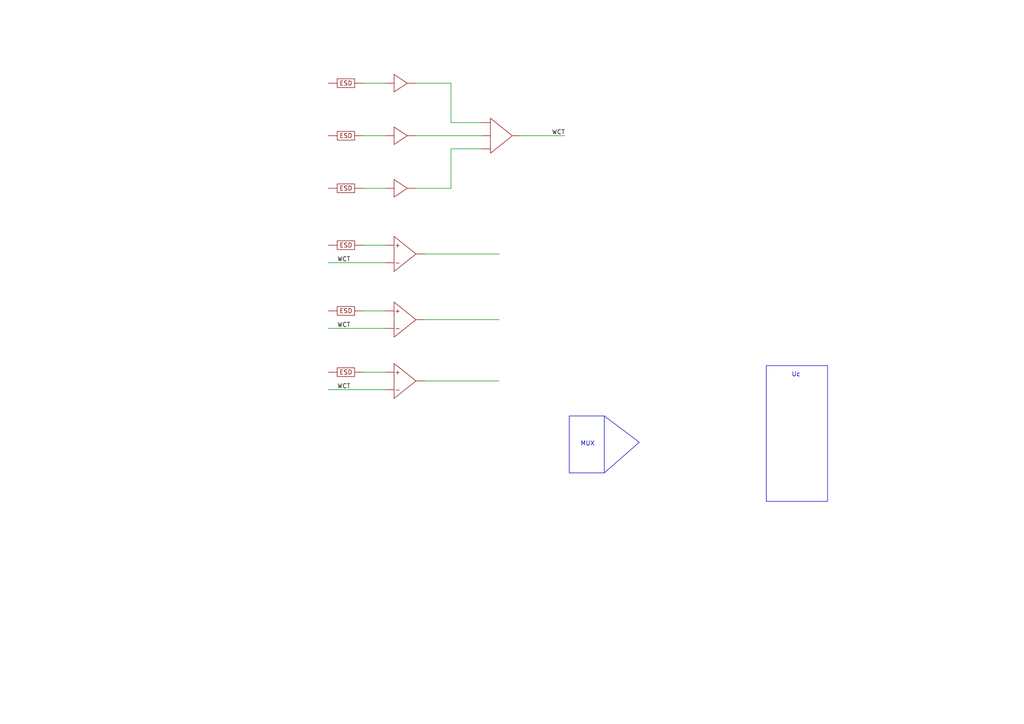
<source format=kicad_sch>
(kicad_sch (version 20250114) (generator "eeschema") (generator_version "9.0")
  (paper "A4")
  (lib_symbols
    (symbol "LibraryA:AMP" (pin_numbers (hide yes)) (pin_names (hide yes))
      (property "Reference" "U" (at 2.032 1.524 0))
      (symbol "AMP_1_1"
        (polyline (pts (xy -1.27 2.54) (xy -1.27 -2.54) (xy 2.54 0) (xy -1.27 2.54)))
        (pin input line (at -3.81 0 0) (length 2.54) (name "1") (number "1"))
        (pin input line (at 5.08 0 180) (length 2.54) (name "2") (number "2"))
      )
    )
    (symbol "LibraryA:AMP2" (pin_numbers (hide yes)) (pin_names (hide yes))
      (symbol "AMP2_1_1"
        (polyline (pts (xy -2.54 5.08) (xy -2.54 -5.08) (xy 3.81 0) (xy -2.54 5.08)))
        (text "+" (at -1.524 2.54 0) (effects (font (size 1.27 1.27))))
        (text "-" (at -1.524 -2.54 0) (effects (font (size 1.27 1.27))))
        (pin input line (at -5.08 2.54 0) (length 2.54) (name "1") (number "1"))
        (pin input line (at -5.08 -2.54 0) (length 2.54) (name "2") (number "2"))
        (pin input line (at 6.35 0 180) (length 2.54) (name "4") (number "4"))
      )
    )
    (symbol "LibraryA:AMP3" (pin_numbers (hide yes)) (pin_names (hide yes))
      (symbol "AMP3_1_1"
        (polyline (pts (xy -1.27 5.08) (xy -1.27 -5.08) (xy 5.08 0) (xy -1.27 5.08)))
        (pin input line (at -3.81 3.81 0) (length 2.54) (name "1") (number "1"))
        (pin input line (at -3.81 0 0) (length 2.54) (name "2") (number "2"))
        (pin input line (at -3.81 -3.81 0) (length 2.54) (name "3") (number "3"))
        (pin input line (at 7.62 0 180) (length 2.54) (name "4") (number "4"))
      )
    )
    (symbol "LibraryA:ESD" (pin_numbers (hide yes)) (pin_names (offset 0.254) (hide yes))
      (symbol "ESD_1_1"
        (polyline (pts (xy -2.54 1.27) (xy 2.54 1.27) (xy 2.54 -1.27) (xy -2.54 -1.27) (xy -2.54 1.27)))
        (text "ESD" (at 0 0 0) (effects (font (size 1.27 1.27))))
        (pin input line (at -5.08 0 0) (length 2.54) (name "1") (number "1"))
        (pin input line (at 5.08 0 180) (length 2.54) (name "2") (number "2"))
      )
    )
  )
  (rectangle (start 165.1 120.65) (end 175.26 137.16))
  (rectangle (start 222.25 106.045) (end 240.03 145.415))
  (text "MUX" (at 170.434 128.778 0) (effects (font (size 1.27 1.27))))
  (text "Uc" (at 230.886 108.712 0) (effects (font (size 1.27 1.27))))
  (wire (pts (xy 105.41 71.12) (xy 111.76 71.12)))
  (wire (pts (xy 130.81 43.18) (xy 139.7 43.18)))
  (wire (pts (xy 105.41 39.37) (xy 111.76 39.37)))
  (wire (pts (xy 105.41 24.13) (xy 111.76 24.13)))
  (wire (pts (xy 151.13 39.37) (xy 163.83 39.37)))
  (wire (pts (xy 105.41 107.95) (xy 111.76 107.95)))
  (wire (pts (xy 95.25 76.2) (xy 111.76 76.2)))
  (wire (pts (xy 123.19 73.66) (xy 144.78 73.66)))
  (wire (pts (xy 130.81 54.61) (xy 130.81 43.18)))
  (wire (pts (xy 105.41 90.17) (xy 111.76 90.17)))
  (polyline (pts (xy 175.26 137.16) (xy 185.42 128.27)))
  (wire (pts (xy 123.19 92.71) (xy 144.78 92.71)))
  (wire (pts (xy 120.65 39.37) (xy 139.7 39.37)))
  (polyline (pts (xy 175.26 120.65) (xy 185.42 128.27)))
  (wire (pts (xy 120.65 24.13) (xy 130.81 24.13)))
  (wire (pts (xy 95.25 95.25) (xy 111.76 95.25)))
  (wire (pts (xy 120.65 54.61) (xy 130.81 54.61)))
  (wire (pts (xy 130.81 24.13) (xy 130.81 35.56)))
  (wire (pts (xy 130.81 35.56) (xy 139.7 35.56)))
  (wire (pts (xy 123.19 110.49) (xy 144.78 110.49)))
  (wire (pts (xy 105.41 54.61) (xy 111.76 54.61)))
  (wire (pts (xy 95.25 113.03) (xy 111.76 113.03)))
  (label "WCT" (at 160.02 39.37 0))
  (label "WCT" (at 97.79 113.03 0))
  (label "WCT" (at 97.79 95.25 0))
  (label "WCT" (at 97.79 76.2 0))
  (symbol (lib_id "LibraryA:AMP2") (at 116.84 92.71 0) (unit 1)
    (property "Reference" "U11" (effects (hide yes)))
  )
  (symbol (lib_id "LibraryA:ESD") (at 100.33 39.37 0) (unit 1)
    (property "Reference" "U5" (effects (hide yes)))
  )
  (symbol (lib_id "LibraryA:AMP2") (at 116.84 110.49 0) (unit 1)
    (property "Reference" "U12" (effects (hide yes)))
  )
  (symbol (lib_id "LibraryA:AMP") (at 115.57 54.61 0) (unit 1)
    (property "Reference" "U3" (effects (hide yes)))
  )
  (symbol (lib_id "LibraryA:ESD") (at 100.33 71.12 0) (unit 1)
    (property "Reference" "U8" (effects (hide yes)))
  )
  (symbol (lib_id "LibraryA:ESD") (at 100.33 90.17 0) (unit 1)
    (property "Reference" "U9" (effects (hide yes)))
  )
  (symbol (lib_id "LibraryA:AMP") (at 115.57 24.13 0) (unit 1)
    (property "Reference" "U1" (effects (hide yes)))
  )
  (symbol (lib_id "LibraryA:AMP") (at 115.57 39.37 0) (unit 1)
    (property "Reference" "U2" (effects (hide yes)))
  )
  (symbol (lib_id "LibraryA:AMP2") (at 116.84 73.66 0) (unit 1)
    (property "Reference" "U14" (effects (hide yes)))
  )
  (symbol (lib_id "LibraryA:ESD") (at 100.33 24.13 0) (unit 1)
    (property "Reference" "U4" (effects (hide yes)))
  )
  (symbol (lib_id "LibraryA:AMP3") (at 143.51 39.37 0) (unit 1)
    (property "Reference" "U7" (effects (hide yes)))
  )
  (symbol (lib_id "LibraryA:ESD") (at 100.33 54.61 0) (unit 1)
    (property "Reference" "U6" (effects (hide yes)))
  )
  (symbol (lib_id "LibraryA:ESD") (at 100.33 107.95 0) (unit 1)
    (property "Reference" "U10" (effects (hide yes)))
  )
)
</source>
